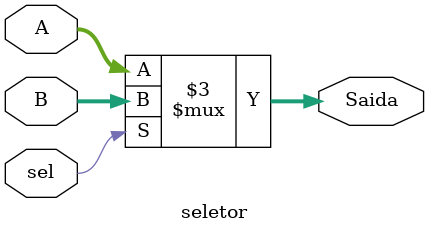
<source format=v>
module seletor(A, B, sel, Saida);

input wire [5:0] A, B;
input wire sel;
output reg [5:0] Saida;

always @ (*) begin

	if(sel)
		Saida <= B;
	else
		Saida <= A;
end

endmodule 
</source>
